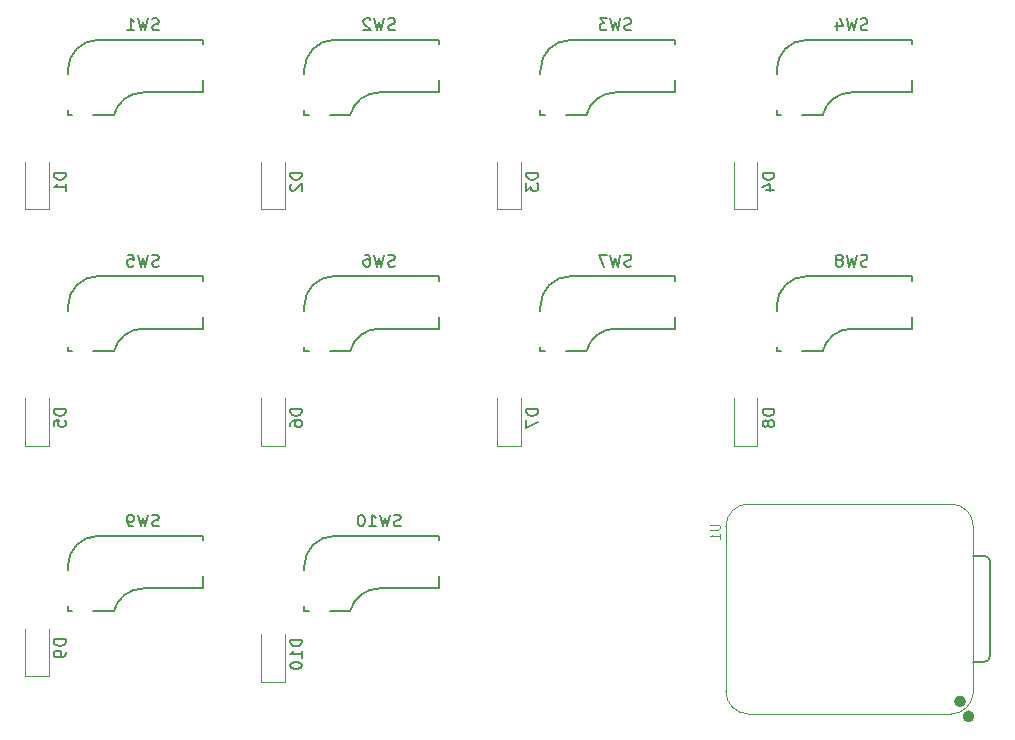
<source format=gbr>
%TF.GenerationSoftware,KiCad,Pcbnew,9.0.1*%
%TF.CreationDate,2025-05-28T15:02:46+10:00*%
%TF.ProjectId,macroCAD,6d616372-6f43-4414-942e-6b696361645f,rev?*%
%TF.SameCoordinates,Original*%
%TF.FileFunction,Legend,Bot*%
%TF.FilePolarity,Positive*%
%FSLAX46Y46*%
G04 Gerber Fmt 4.6, Leading zero omitted, Abs format (unit mm)*
G04 Created by KiCad (PCBNEW 9.0.1) date 2025-05-28 15:02:46*
%MOMM*%
%LPD*%
G01*
G04 APERTURE LIST*
%ADD10C,0.150000*%
%ADD11C,0.106680*%
%ADD12C,0.120000*%
%ADD13C,0.100000*%
%ADD14C,0.127000*%
%ADD15C,0.504000*%
G04 APERTURE END LIST*
D10*
X81333332Y-22152200D02*
X81190475Y-22199819D01*
X81190475Y-22199819D02*
X80952380Y-22199819D01*
X80952380Y-22199819D02*
X80857142Y-22152200D01*
X80857142Y-22152200D02*
X80809523Y-22104580D01*
X80809523Y-22104580D02*
X80761904Y-22009342D01*
X80761904Y-22009342D02*
X80761904Y-21914104D01*
X80761904Y-21914104D02*
X80809523Y-21818866D01*
X80809523Y-21818866D02*
X80857142Y-21771247D01*
X80857142Y-21771247D02*
X80952380Y-21723628D01*
X80952380Y-21723628D02*
X81142856Y-21676009D01*
X81142856Y-21676009D02*
X81238094Y-21628390D01*
X81238094Y-21628390D02*
X81285713Y-21580771D01*
X81285713Y-21580771D02*
X81333332Y-21485533D01*
X81333332Y-21485533D02*
X81333332Y-21390295D01*
X81333332Y-21390295D02*
X81285713Y-21295057D01*
X81285713Y-21295057D02*
X81238094Y-21247438D01*
X81238094Y-21247438D02*
X81142856Y-21199819D01*
X81142856Y-21199819D02*
X80904761Y-21199819D01*
X80904761Y-21199819D02*
X80761904Y-21247438D01*
X80428570Y-21199819D02*
X80190475Y-22199819D01*
X80190475Y-22199819D02*
X79999999Y-21485533D01*
X79999999Y-21485533D02*
X79809523Y-22199819D01*
X79809523Y-22199819D02*
X79571428Y-21199819D01*
X78666666Y-22199819D02*
X79238094Y-22199819D01*
X78952380Y-22199819D02*
X78952380Y-21199819D01*
X78952380Y-21199819D02*
X79047618Y-21342676D01*
X79047618Y-21342676D02*
X79142856Y-21437914D01*
X79142856Y-21437914D02*
X79238094Y-21485533D01*
X81333332Y-42152200D02*
X81190475Y-42199819D01*
X81190475Y-42199819D02*
X80952380Y-42199819D01*
X80952380Y-42199819D02*
X80857142Y-42152200D01*
X80857142Y-42152200D02*
X80809523Y-42104580D01*
X80809523Y-42104580D02*
X80761904Y-42009342D01*
X80761904Y-42009342D02*
X80761904Y-41914104D01*
X80761904Y-41914104D02*
X80809523Y-41818866D01*
X80809523Y-41818866D02*
X80857142Y-41771247D01*
X80857142Y-41771247D02*
X80952380Y-41723628D01*
X80952380Y-41723628D02*
X81142856Y-41676009D01*
X81142856Y-41676009D02*
X81238094Y-41628390D01*
X81238094Y-41628390D02*
X81285713Y-41580771D01*
X81285713Y-41580771D02*
X81333332Y-41485533D01*
X81333332Y-41485533D02*
X81333332Y-41390295D01*
X81333332Y-41390295D02*
X81285713Y-41295057D01*
X81285713Y-41295057D02*
X81238094Y-41247438D01*
X81238094Y-41247438D02*
X81142856Y-41199819D01*
X81142856Y-41199819D02*
X80904761Y-41199819D01*
X80904761Y-41199819D02*
X80761904Y-41247438D01*
X80428570Y-41199819D02*
X80190475Y-42199819D01*
X80190475Y-42199819D02*
X79999999Y-41485533D01*
X79999999Y-41485533D02*
X79809523Y-42199819D01*
X79809523Y-42199819D02*
X79571428Y-41199819D01*
X78714285Y-41199819D02*
X79190475Y-41199819D01*
X79190475Y-41199819D02*
X79238094Y-41676009D01*
X79238094Y-41676009D02*
X79190475Y-41628390D01*
X79190475Y-41628390D02*
X79095237Y-41580771D01*
X79095237Y-41580771D02*
X78857142Y-41580771D01*
X78857142Y-41580771D02*
X78761904Y-41628390D01*
X78761904Y-41628390D02*
X78714285Y-41676009D01*
X78714285Y-41676009D02*
X78666666Y-41771247D01*
X78666666Y-41771247D02*
X78666666Y-42009342D01*
X78666666Y-42009342D02*
X78714285Y-42104580D01*
X78714285Y-42104580D02*
X78761904Y-42152200D01*
X78761904Y-42152200D02*
X78857142Y-42199819D01*
X78857142Y-42199819D02*
X79095237Y-42199819D01*
X79095237Y-42199819D02*
X79190475Y-42152200D01*
X79190475Y-42152200D02*
X79238094Y-42104580D01*
X101333332Y-22152200D02*
X101190475Y-22199819D01*
X101190475Y-22199819D02*
X100952380Y-22199819D01*
X100952380Y-22199819D02*
X100857142Y-22152200D01*
X100857142Y-22152200D02*
X100809523Y-22104580D01*
X100809523Y-22104580D02*
X100761904Y-22009342D01*
X100761904Y-22009342D02*
X100761904Y-21914104D01*
X100761904Y-21914104D02*
X100809523Y-21818866D01*
X100809523Y-21818866D02*
X100857142Y-21771247D01*
X100857142Y-21771247D02*
X100952380Y-21723628D01*
X100952380Y-21723628D02*
X101142856Y-21676009D01*
X101142856Y-21676009D02*
X101238094Y-21628390D01*
X101238094Y-21628390D02*
X101285713Y-21580771D01*
X101285713Y-21580771D02*
X101333332Y-21485533D01*
X101333332Y-21485533D02*
X101333332Y-21390295D01*
X101333332Y-21390295D02*
X101285713Y-21295057D01*
X101285713Y-21295057D02*
X101238094Y-21247438D01*
X101238094Y-21247438D02*
X101142856Y-21199819D01*
X101142856Y-21199819D02*
X100904761Y-21199819D01*
X100904761Y-21199819D02*
X100761904Y-21247438D01*
X100428570Y-21199819D02*
X100190475Y-22199819D01*
X100190475Y-22199819D02*
X99999999Y-21485533D01*
X99999999Y-21485533D02*
X99809523Y-22199819D01*
X99809523Y-22199819D02*
X99571428Y-21199819D01*
X99238094Y-21295057D02*
X99190475Y-21247438D01*
X99190475Y-21247438D02*
X99095237Y-21199819D01*
X99095237Y-21199819D02*
X98857142Y-21199819D01*
X98857142Y-21199819D02*
X98761904Y-21247438D01*
X98761904Y-21247438D02*
X98714285Y-21295057D01*
X98714285Y-21295057D02*
X98666666Y-21390295D01*
X98666666Y-21390295D02*
X98666666Y-21485533D01*
X98666666Y-21485533D02*
X98714285Y-21628390D01*
X98714285Y-21628390D02*
X99285713Y-22199819D01*
X99285713Y-22199819D02*
X98666666Y-22199819D01*
X101333332Y-42152200D02*
X101190475Y-42199819D01*
X101190475Y-42199819D02*
X100952380Y-42199819D01*
X100952380Y-42199819D02*
X100857142Y-42152200D01*
X100857142Y-42152200D02*
X100809523Y-42104580D01*
X100809523Y-42104580D02*
X100761904Y-42009342D01*
X100761904Y-42009342D02*
X100761904Y-41914104D01*
X100761904Y-41914104D02*
X100809523Y-41818866D01*
X100809523Y-41818866D02*
X100857142Y-41771247D01*
X100857142Y-41771247D02*
X100952380Y-41723628D01*
X100952380Y-41723628D02*
X101142856Y-41676009D01*
X101142856Y-41676009D02*
X101238094Y-41628390D01*
X101238094Y-41628390D02*
X101285713Y-41580771D01*
X101285713Y-41580771D02*
X101333332Y-41485533D01*
X101333332Y-41485533D02*
X101333332Y-41390295D01*
X101333332Y-41390295D02*
X101285713Y-41295057D01*
X101285713Y-41295057D02*
X101238094Y-41247438D01*
X101238094Y-41247438D02*
X101142856Y-41199819D01*
X101142856Y-41199819D02*
X100904761Y-41199819D01*
X100904761Y-41199819D02*
X100761904Y-41247438D01*
X100428570Y-41199819D02*
X100190475Y-42199819D01*
X100190475Y-42199819D02*
X99999999Y-41485533D01*
X99999999Y-41485533D02*
X99809523Y-42199819D01*
X99809523Y-42199819D02*
X99571428Y-41199819D01*
X98761904Y-41199819D02*
X98952380Y-41199819D01*
X98952380Y-41199819D02*
X99047618Y-41247438D01*
X99047618Y-41247438D02*
X99095237Y-41295057D01*
X99095237Y-41295057D02*
X99190475Y-41437914D01*
X99190475Y-41437914D02*
X99238094Y-41628390D01*
X99238094Y-41628390D02*
X99238094Y-42009342D01*
X99238094Y-42009342D02*
X99190475Y-42104580D01*
X99190475Y-42104580D02*
X99142856Y-42152200D01*
X99142856Y-42152200D02*
X99047618Y-42199819D01*
X99047618Y-42199819D02*
X98857142Y-42199819D01*
X98857142Y-42199819D02*
X98761904Y-42152200D01*
X98761904Y-42152200D02*
X98714285Y-42104580D01*
X98714285Y-42104580D02*
X98666666Y-42009342D01*
X98666666Y-42009342D02*
X98666666Y-41771247D01*
X98666666Y-41771247D02*
X98714285Y-41676009D01*
X98714285Y-41676009D02*
X98761904Y-41628390D01*
X98761904Y-41628390D02*
X98857142Y-41580771D01*
X98857142Y-41580771D02*
X99047618Y-41580771D01*
X99047618Y-41580771D02*
X99142856Y-41628390D01*
X99142856Y-41628390D02*
X99190475Y-41676009D01*
X99190475Y-41676009D02*
X99238094Y-41771247D01*
X141333332Y-22152200D02*
X141190475Y-22199819D01*
X141190475Y-22199819D02*
X140952380Y-22199819D01*
X140952380Y-22199819D02*
X140857142Y-22152200D01*
X140857142Y-22152200D02*
X140809523Y-22104580D01*
X140809523Y-22104580D02*
X140761904Y-22009342D01*
X140761904Y-22009342D02*
X140761904Y-21914104D01*
X140761904Y-21914104D02*
X140809523Y-21818866D01*
X140809523Y-21818866D02*
X140857142Y-21771247D01*
X140857142Y-21771247D02*
X140952380Y-21723628D01*
X140952380Y-21723628D02*
X141142856Y-21676009D01*
X141142856Y-21676009D02*
X141238094Y-21628390D01*
X141238094Y-21628390D02*
X141285713Y-21580771D01*
X141285713Y-21580771D02*
X141333332Y-21485533D01*
X141333332Y-21485533D02*
X141333332Y-21390295D01*
X141333332Y-21390295D02*
X141285713Y-21295057D01*
X141285713Y-21295057D02*
X141238094Y-21247438D01*
X141238094Y-21247438D02*
X141142856Y-21199819D01*
X141142856Y-21199819D02*
X140904761Y-21199819D01*
X140904761Y-21199819D02*
X140761904Y-21247438D01*
X140428570Y-21199819D02*
X140190475Y-22199819D01*
X140190475Y-22199819D02*
X139999999Y-21485533D01*
X139999999Y-21485533D02*
X139809523Y-22199819D01*
X139809523Y-22199819D02*
X139571428Y-21199819D01*
X138761904Y-21533152D02*
X138761904Y-22199819D01*
X138999999Y-21152200D02*
X139238094Y-21866485D01*
X139238094Y-21866485D02*
X138619047Y-21866485D01*
X121333332Y-22152200D02*
X121190475Y-22199819D01*
X121190475Y-22199819D02*
X120952380Y-22199819D01*
X120952380Y-22199819D02*
X120857142Y-22152200D01*
X120857142Y-22152200D02*
X120809523Y-22104580D01*
X120809523Y-22104580D02*
X120761904Y-22009342D01*
X120761904Y-22009342D02*
X120761904Y-21914104D01*
X120761904Y-21914104D02*
X120809523Y-21818866D01*
X120809523Y-21818866D02*
X120857142Y-21771247D01*
X120857142Y-21771247D02*
X120952380Y-21723628D01*
X120952380Y-21723628D02*
X121142856Y-21676009D01*
X121142856Y-21676009D02*
X121238094Y-21628390D01*
X121238094Y-21628390D02*
X121285713Y-21580771D01*
X121285713Y-21580771D02*
X121333332Y-21485533D01*
X121333332Y-21485533D02*
X121333332Y-21390295D01*
X121333332Y-21390295D02*
X121285713Y-21295057D01*
X121285713Y-21295057D02*
X121238094Y-21247438D01*
X121238094Y-21247438D02*
X121142856Y-21199819D01*
X121142856Y-21199819D02*
X120904761Y-21199819D01*
X120904761Y-21199819D02*
X120761904Y-21247438D01*
X120428570Y-21199819D02*
X120190475Y-22199819D01*
X120190475Y-22199819D02*
X119999999Y-21485533D01*
X119999999Y-21485533D02*
X119809523Y-22199819D01*
X119809523Y-22199819D02*
X119571428Y-21199819D01*
X119285713Y-21199819D02*
X118666666Y-21199819D01*
X118666666Y-21199819D02*
X118999999Y-21580771D01*
X118999999Y-21580771D02*
X118857142Y-21580771D01*
X118857142Y-21580771D02*
X118761904Y-21628390D01*
X118761904Y-21628390D02*
X118714285Y-21676009D01*
X118714285Y-21676009D02*
X118666666Y-21771247D01*
X118666666Y-21771247D02*
X118666666Y-22009342D01*
X118666666Y-22009342D02*
X118714285Y-22104580D01*
X118714285Y-22104580D02*
X118761904Y-22152200D01*
X118761904Y-22152200D02*
X118857142Y-22199819D01*
X118857142Y-22199819D02*
X119142856Y-22199819D01*
X119142856Y-22199819D02*
X119238094Y-22152200D01*
X119238094Y-22152200D02*
X119285713Y-22104580D01*
X81333332Y-64152200D02*
X81190475Y-64199819D01*
X81190475Y-64199819D02*
X80952380Y-64199819D01*
X80952380Y-64199819D02*
X80857142Y-64152200D01*
X80857142Y-64152200D02*
X80809523Y-64104580D01*
X80809523Y-64104580D02*
X80761904Y-64009342D01*
X80761904Y-64009342D02*
X80761904Y-63914104D01*
X80761904Y-63914104D02*
X80809523Y-63818866D01*
X80809523Y-63818866D02*
X80857142Y-63771247D01*
X80857142Y-63771247D02*
X80952380Y-63723628D01*
X80952380Y-63723628D02*
X81142856Y-63676009D01*
X81142856Y-63676009D02*
X81238094Y-63628390D01*
X81238094Y-63628390D02*
X81285713Y-63580771D01*
X81285713Y-63580771D02*
X81333332Y-63485533D01*
X81333332Y-63485533D02*
X81333332Y-63390295D01*
X81333332Y-63390295D02*
X81285713Y-63295057D01*
X81285713Y-63295057D02*
X81238094Y-63247438D01*
X81238094Y-63247438D02*
X81142856Y-63199819D01*
X81142856Y-63199819D02*
X80904761Y-63199819D01*
X80904761Y-63199819D02*
X80761904Y-63247438D01*
X80428570Y-63199819D02*
X80190475Y-64199819D01*
X80190475Y-64199819D02*
X79999999Y-63485533D01*
X79999999Y-63485533D02*
X79809523Y-64199819D01*
X79809523Y-64199819D02*
X79571428Y-63199819D01*
X79142856Y-64199819D02*
X78952380Y-64199819D01*
X78952380Y-64199819D02*
X78857142Y-64152200D01*
X78857142Y-64152200D02*
X78809523Y-64104580D01*
X78809523Y-64104580D02*
X78714285Y-63961723D01*
X78714285Y-63961723D02*
X78666666Y-63771247D01*
X78666666Y-63771247D02*
X78666666Y-63390295D01*
X78666666Y-63390295D02*
X78714285Y-63295057D01*
X78714285Y-63295057D02*
X78761904Y-63247438D01*
X78761904Y-63247438D02*
X78857142Y-63199819D01*
X78857142Y-63199819D02*
X79047618Y-63199819D01*
X79047618Y-63199819D02*
X79142856Y-63247438D01*
X79142856Y-63247438D02*
X79190475Y-63295057D01*
X79190475Y-63295057D02*
X79238094Y-63390295D01*
X79238094Y-63390295D02*
X79238094Y-63628390D01*
X79238094Y-63628390D02*
X79190475Y-63723628D01*
X79190475Y-63723628D02*
X79142856Y-63771247D01*
X79142856Y-63771247D02*
X79047618Y-63818866D01*
X79047618Y-63818866D02*
X78857142Y-63818866D01*
X78857142Y-63818866D02*
X78761904Y-63771247D01*
X78761904Y-63771247D02*
X78714285Y-63723628D01*
X78714285Y-63723628D02*
X78666666Y-63628390D01*
X141333332Y-42152200D02*
X141190475Y-42199819D01*
X141190475Y-42199819D02*
X140952380Y-42199819D01*
X140952380Y-42199819D02*
X140857142Y-42152200D01*
X140857142Y-42152200D02*
X140809523Y-42104580D01*
X140809523Y-42104580D02*
X140761904Y-42009342D01*
X140761904Y-42009342D02*
X140761904Y-41914104D01*
X140761904Y-41914104D02*
X140809523Y-41818866D01*
X140809523Y-41818866D02*
X140857142Y-41771247D01*
X140857142Y-41771247D02*
X140952380Y-41723628D01*
X140952380Y-41723628D02*
X141142856Y-41676009D01*
X141142856Y-41676009D02*
X141238094Y-41628390D01*
X141238094Y-41628390D02*
X141285713Y-41580771D01*
X141285713Y-41580771D02*
X141333332Y-41485533D01*
X141333332Y-41485533D02*
X141333332Y-41390295D01*
X141333332Y-41390295D02*
X141285713Y-41295057D01*
X141285713Y-41295057D02*
X141238094Y-41247438D01*
X141238094Y-41247438D02*
X141142856Y-41199819D01*
X141142856Y-41199819D02*
X140904761Y-41199819D01*
X140904761Y-41199819D02*
X140761904Y-41247438D01*
X140428570Y-41199819D02*
X140190475Y-42199819D01*
X140190475Y-42199819D02*
X139999999Y-41485533D01*
X139999999Y-41485533D02*
X139809523Y-42199819D01*
X139809523Y-42199819D02*
X139571428Y-41199819D01*
X139047618Y-41628390D02*
X139142856Y-41580771D01*
X139142856Y-41580771D02*
X139190475Y-41533152D01*
X139190475Y-41533152D02*
X139238094Y-41437914D01*
X139238094Y-41437914D02*
X139238094Y-41390295D01*
X139238094Y-41390295D02*
X139190475Y-41295057D01*
X139190475Y-41295057D02*
X139142856Y-41247438D01*
X139142856Y-41247438D02*
X139047618Y-41199819D01*
X139047618Y-41199819D02*
X138857142Y-41199819D01*
X138857142Y-41199819D02*
X138761904Y-41247438D01*
X138761904Y-41247438D02*
X138714285Y-41295057D01*
X138714285Y-41295057D02*
X138666666Y-41390295D01*
X138666666Y-41390295D02*
X138666666Y-41437914D01*
X138666666Y-41437914D02*
X138714285Y-41533152D01*
X138714285Y-41533152D02*
X138761904Y-41580771D01*
X138761904Y-41580771D02*
X138857142Y-41628390D01*
X138857142Y-41628390D02*
X139047618Y-41628390D01*
X139047618Y-41628390D02*
X139142856Y-41676009D01*
X139142856Y-41676009D02*
X139190475Y-41723628D01*
X139190475Y-41723628D02*
X139238094Y-41818866D01*
X139238094Y-41818866D02*
X139238094Y-42009342D01*
X139238094Y-42009342D02*
X139190475Y-42104580D01*
X139190475Y-42104580D02*
X139142856Y-42152200D01*
X139142856Y-42152200D02*
X139047618Y-42199819D01*
X139047618Y-42199819D02*
X138857142Y-42199819D01*
X138857142Y-42199819D02*
X138761904Y-42152200D01*
X138761904Y-42152200D02*
X138714285Y-42104580D01*
X138714285Y-42104580D02*
X138666666Y-42009342D01*
X138666666Y-42009342D02*
X138666666Y-41818866D01*
X138666666Y-41818866D02*
X138714285Y-41723628D01*
X138714285Y-41723628D02*
X138761904Y-41676009D01*
X138761904Y-41676009D02*
X138857142Y-41628390D01*
X121333332Y-42152200D02*
X121190475Y-42199819D01*
X121190475Y-42199819D02*
X120952380Y-42199819D01*
X120952380Y-42199819D02*
X120857142Y-42152200D01*
X120857142Y-42152200D02*
X120809523Y-42104580D01*
X120809523Y-42104580D02*
X120761904Y-42009342D01*
X120761904Y-42009342D02*
X120761904Y-41914104D01*
X120761904Y-41914104D02*
X120809523Y-41818866D01*
X120809523Y-41818866D02*
X120857142Y-41771247D01*
X120857142Y-41771247D02*
X120952380Y-41723628D01*
X120952380Y-41723628D02*
X121142856Y-41676009D01*
X121142856Y-41676009D02*
X121238094Y-41628390D01*
X121238094Y-41628390D02*
X121285713Y-41580771D01*
X121285713Y-41580771D02*
X121333332Y-41485533D01*
X121333332Y-41485533D02*
X121333332Y-41390295D01*
X121333332Y-41390295D02*
X121285713Y-41295057D01*
X121285713Y-41295057D02*
X121238094Y-41247438D01*
X121238094Y-41247438D02*
X121142856Y-41199819D01*
X121142856Y-41199819D02*
X120904761Y-41199819D01*
X120904761Y-41199819D02*
X120761904Y-41247438D01*
X120428570Y-41199819D02*
X120190475Y-42199819D01*
X120190475Y-42199819D02*
X119999999Y-41485533D01*
X119999999Y-41485533D02*
X119809523Y-42199819D01*
X119809523Y-42199819D02*
X119571428Y-41199819D01*
X119285713Y-41199819D02*
X118619047Y-41199819D01*
X118619047Y-41199819D02*
X119047618Y-42199819D01*
X101809523Y-64152200D02*
X101666666Y-64199819D01*
X101666666Y-64199819D02*
X101428571Y-64199819D01*
X101428571Y-64199819D02*
X101333333Y-64152200D01*
X101333333Y-64152200D02*
X101285714Y-64104580D01*
X101285714Y-64104580D02*
X101238095Y-64009342D01*
X101238095Y-64009342D02*
X101238095Y-63914104D01*
X101238095Y-63914104D02*
X101285714Y-63818866D01*
X101285714Y-63818866D02*
X101333333Y-63771247D01*
X101333333Y-63771247D02*
X101428571Y-63723628D01*
X101428571Y-63723628D02*
X101619047Y-63676009D01*
X101619047Y-63676009D02*
X101714285Y-63628390D01*
X101714285Y-63628390D02*
X101761904Y-63580771D01*
X101761904Y-63580771D02*
X101809523Y-63485533D01*
X101809523Y-63485533D02*
X101809523Y-63390295D01*
X101809523Y-63390295D02*
X101761904Y-63295057D01*
X101761904Y-63295057D02*
X101714285Y-63247438D01*
X101714285Y-63247438D02*
X101619047Y-63199819D01*
X101619047Y-63199819D02*
X101380952Y-63199819D01*
X101380952Y-63199819D02*
X101238095Y-63247438D01*
X100904761Y-63199819D02*
X100666666Y-64199819D01*
X100666666Y-64199819D02*
X100476190Y-63485533D01*
X100476190Y-63485533D02*
X100285714Y-64199819D01*
X100285714Y-64199819D02*
X100047619Y-63199819D01*
X99142857Y-64199819D02*
X99714285Y-64199819D01*
X99428571Y-64199819D02*
X99428571Y-63199819D01*
X99428571Y-63199819D02*
X99523809Y-63342676D01*
X99523809Y-63342676D02*
X99619047Y-63437914D01*
X99619047Y-63437914D02*
X99714285Y-63485533D01*
X98523809Y-63199819D02*
X98428571Y-63199819D01*
X98428571Y-63199819D02*
X98333333Y-63247438D01*
X98333333Y-63247438D02*
X98285714Y-63295057D01*
X98285714Y-63295057D02*
X98238095Y-63390295D01*
X98238095Y-63390295D02*
X98190476Y-63580771D01*
X98190476Y-63580771D02*
X98190476Y-63818866D01*
X98190476Y-63818866D02*
X98238095Y-64009342D01*
X98238095Y-64009342D02*
X98285714Y-64104580D01*
X98285714Y-64104580D02*
X98333333Y-64152200D01*
X98333333Y-64152200D02*
X98428571Y-64199819D01*
X98428571Y-64199819D02*
X98523809Y-64199819D01*
X98523809Y-64199819D02*
X98619047Y-64152200D01*
X98619047Y-64152200D02*
X98666666Y-64104580D01*
X98666666Y-64104580D02*
X98714285Y-64009342D01*
X98714285Y-64009342D02*
X98761904Y-63818866D01*
X98761904Y-63818866D02*
X98761904Y-63580771D01*
X98761904Y-63580771D02*
X98714285Y-63390295D01*
X98714285Y-63390295D02*
X98666666Y-63295057D01*
X98666666Y-63295057D02*
X98619047Y-63247438D01*
X98619047Y-63247438D02*
X98523809Y-63199819D01*
X113454819Y-34261905D02*
X112454819Y-34261905D01*
X112454819Y-34261905D02*
X112454819Y-34500000D01*
X112454819Y-34500000D02*
X112502438Y-34642857D01*
X112502438Y-34642857D02*
X112597676Y-34738095D01*
X112597676Y-34738095D02*
X112692914Y-34785714D01*
X112692914Y-34785714D02*
X112883390Y-34833333D01*
X112883390Y-34833333D02*
X113026247Y-34833333D01*
X113026247Y-34833333D02*
X113216723Y-34785714D01*
X113216723Y-34785714D02*
X113311961Y-34738095D01*
X113311961Y-34738095D02*
X113407200Y-34642857D01*
X113407200Y-34642857D02*
X113454819Y-34500000D01*
X113454819Y-34500000D02*
X113454819Y-34261905D01*
X112454819Y-35166667D02*
X112454819Y-35785714D01*
X112454819Y-35785714D02*
X112835771Y-35452381D01*
X112835771Y-35452381D02*
X112835771Y-35595238D01*
X112835771Y-35595238D02*
X112883390Y-35690476D01*
X112883390Y-35690476D02*
X112931009Y-35738095D01*
X112931009Y-35738095D02*
X113026247Y-35785714D01*
X113026247Y-35785714D02*
X113264342Y-35785714D01*
X113264342Y-35785714D02*
X113359580Y-35738095D01*
X113359580Y-35738095D02*
X113407200Y-35690476D01*
X113407200Y-35690476D02*
X113454819Y-35595238D01*
X113454819Y-35595238D02*
X113454819Y-35309524D01*
X113454819Y-35309524D02*
X113407200Y-35214286D01*
X113407200Y-35214286D02*
X113359580Y-35166667D01*
X93454819Y-34261905D02*
X92454819Y-34261905D01*
X92454819Y-34261905D02*
X92454819Y-34500000D01*
X92454819Y-34500000D02*
X92502438Y-34642857D01*
X92502438Y-34642857D02*
X92597676Y-34738095D01*
X92597676Y-34738095D02*
X92692914Y-34785714D01*
X92692914Y-34785714D02*
X92883390Y-34833333D01*
X92883390Y-34833333D02*
X93026247Y-34833333D01*
X93026247Y-34833333D02*
X93216723Y-34785714D01*
X93216723Y-34785714D02*
X93311961Y-34738095D01*
X93311961Y-34738095D02*
X93407200Y-34642857D01*
X93407200Y-34642857D02*
X93454819Y-34500000D01*
X93454819Y-34500000D02*
X93454819Y-34261905D01*
X92550057Y-35214286D02*
X92502438Y-35261905D01*
X92502438Y-35261905D02*
X92454819Y-35357143D01*
X92454819Y-35357143D02*
X92454819Y-35595238D01*
X92454819Y-35595238D02*
X92502438Y-35690476D01*
X92502438Y-35690476D02*
X92550057Y-35738095D01*
X92550057Y-35738095D02*
X92645295Y-35785714D01*
X92645295Y-35785714D02*
X92740533Y-35785714D01*
X92740533Y-35785714D02*
X92883390Y-35738095D01*
X92883390Y-35738095D02*
X93454819Y-35166667D01*
X93454819Y-35166667D02*
X93454819Y-35785714D01*
X73454819Y-73761905D02*
X72454819Y-73761905D01*
X72454819Y-73761905D02*
X72454819Y-74000000D01*
X72454819Y-74000000D02*
X72502438Y-74142857D01*
X72502438Y-74142857D02*
X72597676Y-74238095D01*
X72597676Y-74238095D02*
X72692914Y-74285714D01*
X72692914Y-74285714D02*
X72883390Y-74333333D01*
X72883390Y-74333333D02*
X73026247Y-74333333D01*
X73026247Y-74333333D02*
X73216723Y-74285714D01*
X73216723Y-74285714D02*
X73311961Y-74238095D01*
X73311961Y-74238095D02*
X73407200Y-74142857D01*
X73407200Y-74142857D02*
X73454819Y-74000000D01*
X73454819Y-74000000D02*
X73454819Y-73761905D01*
X73454819Y-74809524D02*
X73454819Y-75000000D01*
X73454819Y-75000000D02*
X73407200Y-75095238D01*
X73407200Y-75095238D02*
X73359580Y-75142857D01*
X73359580Y-75142857D02*
X73216723Y-75238095D01*
X73216723Y-75238095D02*
X73026247Y-75285714D01*
X73026247Y-75285714D02*
X72645295Y-75285714D01*
X72645295Y-75285714D02*
X72550057Y-75238095D01*
X72550057Y-75238095D02*
X72502438Y-75190476D01*
X72502438Y-75190476D02*
X72454819Y-75095238D01*
X72454819Y-75095238D02*
X72454819Y-74904762D01*
X72454819Y-74904762D02*
X72502438Y-74809524D01*
X72502438Y-74809524D02*
X72550057Y-74761905D01*
X72550057Y-74761905D02*
X72645295Y-74714286D01*
X72645295Y-74714286D02*
X72883390Y-74714286D01*
X72883390Y-74714286D02*
X72978628Y-74761905D01*
X72978628Y-74761905D02*
X73026247Y-74809524D01*
X73026247Y-74809524D02*
X73073866Y-74904762D01*
X73073866Y-74904762D02*
X73073866Y-75095238D01*
X73073866Y-75095238D02*
X73026247Y-75190476D01*
X73026247Y-75190476D02*
X72978628Y-75238095D01*
X72978628Y-75238095D02*
X72883390Y-75285714D01*
X113454819Y-54261905D02*
X112454819Y-54261905D01*
X112454819Y-54261905D02*
X112454819Y-54500000D01*
X112454819Y-54500000D02*
X112502438Y-54642857D01*
X112502438Y-54642857D02*
X112597676Y-54738095D01*
X112597676Y-54738095D02*
X112692914Y-54785714D01*
X112692914Y-54785714D02*
X112883390Y-54833333D01*
X112883390Y-54833333D02*
X113026247Y-54833333D01*
X113026247Y-54833333D02*
X113216723Y-54785714D01*
X113216723Y-54785714D02*
X113311961Y-54738095D01*
X113311961Y-54738095D02*
X113407200Y-54642857D01*
X113407200Y-54642857D02*
X113454819Y-54500000D01*
X113454819Y-54500000D02*
X113454819Y-54261905D01*
X112454819Y-55166667D02*
X112454819Y-55833333D01*
X112454819Y-55833333D02*
X113454819Y-55404762D01*
X93454819Y-73785714D02*
X92454819Y-73785714D01*
X92454819Y-73785714D02*
X92454819Y-74023809D01*
X92454819Y-74023809D02*
X92502438Y-74166666D01*
X92502438Y-74166666D02*
X92597676Y-74261904D01*
X92597676Y-74261904D02*
X92692914Y-74309523D01*
X92692914Y-74309523D02*
X92883390Y-74357142D01*
X92883390Y-74357142D02*
X93026247Y-74357142D01*
X93026247Y-74357142D02*
X93216723Y-74309523D01*
X93216723Y-74309523D02*
X93311961Y-74261904D01*
X93311961Y-74261904D02*
X93407200Y-74166666D01*
X93407200Y-74166666D02*
X93454819Y-74023809D01*
X93454819Y-74023809D02*
X93454819Y-73785714D01*
X93454819Y-75309523D02*
X93454819Y-74738095D01*
X93454819Y-75023809D02*
X92454819Y-75023809D01*
X92454819Y-75023809D02*
X92597676Y-74928571D01*
X92597676Y-74928571D02*
X92692914Y-74833333D01*
X92692914Y-74833333D02*
X92740533Y-74738095D01*
X92454819Y-75928571D02*
X92454819Y-76023809D01*
X92454819Y-76023809D02*
X92502438Y-76119047D01*
X92502438Y-76119047D02*
X92550057Y-76166666D01*
X92550057Y-76166666D02*
X92645295Y-76214285D01*
X92645295Y-76214285D02*
X92835771Y-76261904D01*
X92835771Y-76261904D02*
X93073866Y-76261904D01*
X93073866Y-76261904D02*
X93264342Y-76214285D01*
X93264342Y-76214285D02*
X93359580Y-76166666D01*
X93359580Y-76166666D02*
X93407200Y-76119047D01*
X93407200Y-76119047D02*
X93454819Y-76023809D01*
X93454819Y-76023809D02*
X93454819Y-75928571D01*
X93454819Y-75928571D02*
X93407200Y-75833333D01*
X93407200Y-75833333D02*
X93359580Y-75785714D01*
X93359580Y-75785714D02*
X93264342Y-75738095D01*
X93264342Y-75738095D02*
X93073866Y-75690476D01*
X93073866Y-75690476D02*
X92835771Y-75690476D01*
X92835771Y-75690476D02*
X92645295Y-75738095D01*
X92645295Y-75738095D02*
X92550057Y-75785714D01*
X92550057Y-75785714D02*
X92502438Y-75833333D01*
X92502438Y-75833333D02*
X92454819Y-75928571D01*
D11*
X128031705Y-64051442D02*
X128665012Y-64051442D01*
X128665012Y-64051442D02*
X128739518Y-64088696D01*
X128739518Y-64088696D02*
X128776772Y-64125949D01*
X128776772Y-64125949D02*
X128814025Y-64200456D01*
X128814025Y-64200456D02*
X128814025Y-64349469D01*
X128814025Y-64349469D02*
X128776772Y-64423976D01*
X128776772Y-64423976D02*
X128739518Y-64461229D01*
X128739518Y-64461229D02*
X128665012Y-64498482D01*
X128665012Y-64498482D02*
X128031705Y-64498482D01*
X128814025Y-65280802D02*
X128814025Y-64833762D01*
X128814025Y-65057282D02*
X128031705Y-65057282D01*
X128031705Y-65057282D02*
X128143465Y-64982775D01*
X128143465Y-64982775D02*
X128217972Y-64908269D01*
X128217972Y-64908269D02*
X128255225Y-64833762D01*
D10*
X73454819Y-54261905D02*
X72454819Y-54261905D01*
X72454819Y-54261905D02*
X72454819Y-54500000D01*
X72454819Y-54500000D02*
X72502438Y-54642857D01*
X72502438Y-54642857D02*
X72597676Y-54738095D01*
X72597676Y-54738095D02*
X72692914Y-54785714D01*
X72692914Y-54785714D02*
X72883390Y-54833333D01*
X72883390Y-54833333D02*
X73026247Y-54833333D01*
X73026247Y-54833333D02*
X73216723Y-54785714D01*
X73216723Y-54785714D02*
X73311961Y-54738095D01*
X73311961Y-54738095D02*
X73407200Y-54642857D01*
X73407200Y-54642857D02*
X73454819Y-54500000D01*
X73454819Y-54500000D02*
X73454819Y-54261905D01*
X72454819Y-55738095D02*
X72454819Y-55261905D01*
X72454819Y-55261905D02*
X72931009Y-55214286D01*
X72931009Y-55214286D02*
X72883390Y-55261905D01*
X72883390Y-55261905D02*
X72835771Y-55357143D01*
X72835771Y-55357143D02*
X72835771Y-55595238D01*
X72835771Y-55595238D02*
X72883390Y-55690476D01*
X72883390Y-55690476D02*
X72931009Y-55738095D01*
X72931009Y-55738095D02*
X73026247Y-55785714D01*
X73026247Y-55785714D02*
X73264342Y-55785714D01*
X73264342Y-55785714D02*
X73359580Y-55738095D01*
X73359580Y-55738095D02*
X73407200Y-55690476D01*
X73407200Y-55690476D02*
X73454819Y-55595238D01*
X73454819Y-55595238D02*
X73454819Y-55357143D01*
X73454819Y-55357143D02*
X73407200Y-55261905D01*
X73407200Y-55261905D02*
X73359580Y-55214286D01*
X133454819Y-34261905D02*
X132454819Y-34261905D01*
X132454819Y-34261905D02*
X132454819Y-34500000D01*
X132454819Y-34500000D02*
X132502438Y-34642857D01*
X132502438Y-34642857D02*
X132597676Y-34738095D01*
X132597676Y-34738095D02*
X132692914Y-34785714D01*
X132692914Y-34785714D02*
X132883390Y-34833333D01*
X132883390Y-34833333D02*
X133026247Y-34833333D01*
X133026247Y-34833333D02*
X133216723Y-34785714D01*
X133216723Y-34785714D02*
X133311961Y-34738095D01*
X133311961Y-34738095D02*
X133407200Y-34642857D01*
X133407200Y-34642857D02*
X133454819Y-34500000D01*
X133454819Y-34500000D02*
X133454819Y-34261905D01*
X132788152Y-35690476D02*
X133454819Y-35690476D01*
X132407200Y-35452381D02*
X133121485Y-35214286D01*
X133121485Y-35214286D02*
X133121485Y-35833333D01*
X93454819Y-54261905D02*
X92454819Y-54261905D01*
X92454819Y-54261905D02*
X92454819Y-54500000D01*
X92454819Y-54500000D02*
X92502438Y-54642857D01*
X92502438Y-54642857D02*
X92597676Y-54738095D01*
X92597676Y-54738095D02*
X92692914Y-54785714D01*
X92692914Y-54785714D02*
X92883390Y-54833333D01*
X92883390Y-54833333D02*
X93026247Y-54833333D01*
X93026247Y-54833333D02*
X93216723Y-54785714D01*
X93216723Y-54785714D02*
X93311961Y-54738095D01*
X93311961Y-54738095D02*
X93407200Y-54642857D01*
X93407200Y-54642857D02*
X93454819Y-54500000D01*
X93454819Y-54500000D02*
X93454819Y-54261905D01*
X92454819Y-55690476D02*
X92454819Y-55500000D01*
X92454819Y-55500000D02*
X92502438Y-55404762D01*
X92502438Y-55404762D02*
X92550057Y-55357143D01*
X92550057Y-55357143D02*
X92692914Y-55261905D01*
X92692914Y-55261905D02*
X92883390Y-55214286D01*
X92883390Y-55214286D02*
X93264342Y-55214286D01*
X93264342Y-55214286D02*
X93359580Y-55261905D01*
X93359580Y-55261905D02*
X93407200Y-55309524D01*
X93407200Y-55309524D02*
X93454819Y-55404762D01*
X93454819Y-55404762D02*
X93454819Y-55595238D01*
X93454819Y-55595238D02*
X93407200Y-55690476D01*
X93407200Y-55690476D02*
X93359580Y-55738095D01*
X93359580Y-55738095D02*
X93264342Y-55785714D01*
X93264342Y-55785714D02*
X93026247Y-55785714D01*
X93026247Y-55785714D02*
X92931009Y-55738095D01*
X92931009Y-55738095D02*
X92883390Y-55690476D01*
X92883390Y-55690476D02*
X92835771Y-55595238D01*
X92835771Y-55595238D02*
X92835771Y-55404762D01*
X92835771Y-55404762D02*
X92883390Y-55309524D01*
X92883390Y-55309524D02*
X92931009Y-55261905D01*
X92931009Y-55261905D02*
X93026247Y-55214286D01*
X73454819Y-34261905D02*
X72454819Y-34261905D01*
X72454819Y-34261905D02*
X72454819Y-34500000D01*
X72454819Y-34500000D02*
X72502438Y-34642857D01*
X72502438Y-34642857D02*
X72597676Y-34738095D01*
X72597676Y-34738095D02*
X72692914Y-34785714D01*
X72692914Y-34785714D02*
X72883390Y-34833333D01*
X72883390Y-34833333D02*
X73026247Y-34833333D01*
X73026247Y-34833333D02*
X73216723Y-34785714D01*
X73216723Y-34785714D02*
X73311961Y-34738095D01*
X73311961Y-34738095D02*
X73407200Y-34642857D01*
X73407200Y-34642857D02*
X73454819Y-34500000D01*
X73454819Y-34500000D02*
X73454819Y-34261905D01*
X73454819Y-35785714D02*
X73454819Y-35214286D01*
X73454819Y-35500000D02*
X72454819Y-35500000D01*
X72454819Y-35500000D02*
X72597676Y-35404762D01*
X72597676Y-35404762D02*
X72692914Y-35309524D01*
X72692914Y-35309524D02*
X72740533Y-35214286D01*
X133454819Y-54261905D02*
X132454819Y-54261905D01*
X132454819Y-54261905D02*
X132454819Y-54500000D01*
X132454819Y-54500000D02*
X132502438Y-54642857D01*
X132502438Y-54642857D02*
X132597676Y-54738095D01*
X132597676Y-54738095D02*
X132692914Y-54785714D01*
X132692914Y-54785714D02*
X132883390Y-54833333D01*
X132883390Y-54833333D02*
X133026247Y-54833333D01*
X133026247Y-54833333D02*
X133216723Y-54785714D01*
X133216723Y-54785714D02*
X133311961Y-54738095D01*
X133311961Y-54738095D02*
X133407200Y-54642857D01*
X133407200Y-54642857D02*
X133454819Y-54500000D01*
X133454819Y-54500000D02*
X133454819Y-54261905D01*
X132883390Y-55404762D02*
X132835771Y-55309524D01*
X132835771Y-55309524D02*
X132788152Y-55261905D01*
X132788152Y-55261905D02*
X132692914Y-55214286D01*
X132692914Y-55214286D02*
X132645295Y-55214286D01*
X132645295Y-55214286D02*
X132550057Y-55261905D01*
X132550057Y-55261905D02*
X132502438Y-55309524D01*
X132502438Y-55309524D02*
X132454819Y-55404762D01*
X132454819Y-55404762D02*
X132454819Y-55595238D01*
X132454819Y-55595238D02*
X132502438Y-55690476D01*
X132502438Y-55690476D02*
X132550057Y-55738095D01*
X132550057Y-55738095D02*
X132645295Y-55785714D01*
X132645295Y-55785714D02*
X132692914Y-55785714D01*
X132692914Y-55785714D02*
X132788152Y-55738095D01*
X132788152Y-55738095D02*
X132835771Y-55690476D01*
X132835771Y-55690476D02*
X132883390Y-55595238D01*
X132883390Y-55595238D02*
X132883390Y-55404762D01*
X132883390Y-55404762D02*
X132931009Y-55309524D01*
X132931009Y-55309524D02*
X132978628Y-55261905D01*
X132978628Y-55261905D02*
X133073866Y-55214286D01*
X133073866Y-55214286D02*
X133264342Y-55214286D01*
X133264342Y-55214286D02*
X133359580Y-55261905D01*
X133359580Y-55261905D02*
X133407200Y-55309524D01*
X133407200Y-55309524D02*
X133454819Y-55404762D01*
X133454819Y-55404762D02*
X133454819Y-55595238D01*
X133454819Y-55595238D02*
X133407200Y-55690476D01*
X133407200Y-55690476D02*
X133359580Y-55738095D01*
X133359580Y-55738095D02*
X133264342Y-55785714D01*
X133264342Y-55785714D02*
X133073866Y-55785714D01*
X133073866Y-55785714D02*
X132978628Y-55738095D01*
X132978628Y-55738095D02*
X132931009Y-55690476D01*
X132931009Y-55690476D02*
X132883390Y-55595238D01*
%TO.C,SW1*%
X73650000Y-25555000D02*
X73650000Y-25936000D01*
X73650000Y-28984000D02*
X73650000Y-29365000D01*
X74031000Y-29365000D02*
X73650000Y-29365000D01*
X76190000Y-23015000D02*
X85080000Y-23015000D01*
X77535838Y-29365000D02*
X75809000Y-29365000D01*
X85080000Y-23015000D02*
X85080000Y-23396000D01*
X85080000Y-26444000D02*
X85080000Y-27460000D01*
X85080000Y-27460000D02*
X80000000Y-27460000D01*
X73650000Y-25555000D02*
G75*
G02*
X76190000Y-23015000I2540001J-1D01*
G01*
X77535838Y-29383960D02*
G75*
G02*
X80000000Y-27459999I2464162J-616039D01*
G01*
%TO.C,SW5*%
X73650000Y-45555000D02*
X73650000Y-45936000D01*
X73650000Y-48984000D02*
X73650000Y-49365000D01*
X74031000Y-49365000D02*
X73650000Y-49365000D01*
X76190000Y-43015000D02*
X85080000Y-43015000D01*
X77535838Y-49365000D02*
X75809000Y-49365000D01*
X85080000Y-43015000D02*
X85080000Y-43396000D01*
X85080000Y-46444000D02*
X85080000Y-47460000D01*
X85080000Y-47460000D02*
X80000000Y-47460000D01*
X73650000Y-45555000D02*
G75*
G02*
X76190000Y-43015000I2540001J-1D01*
G01*
X77535838Y-49383960D02*
G75*
G02*
X80000000Y-47459999I2464162J-616039D01*
G01*
%TO.C,SW2*%
X93650000Y-25555000D02*
X93650000Y-25936000D01*
X93650000Y-28984000D02*
X93650000Y-29365000D01*
X94031000Y-29365000D02*
X93650000Y-29365000D01*
X96190000Y-23015000D02*
X105080000Y-23015000D01*
X97535838Y-29365000D02*
X95809000Y-29365000D01*
X105080000Y-23015000D02*
X105080000Y-23396000D01*
X105080000Y-26444000D02*
X105080000Y-27460000D01*
X105080000Y-27460000D02*
X100000000Y-27460000D01*
X93650000Y-25555000D02*
G75*
G02*
X96190000Y-23015000I2540001J-1D01*
G01*
X97535838Y-29383960D02*
G75*
G02*
X100000000Y-27459999I2464162J-616039D01*
G01*
%TO.C,SW6*%
X93650000Y-45555000D02*
X93650000Y-45936000D01*
X93650000Y-48984000D02*
X93650000Y-49365000D01*
X94031000Y-49365000D02*
X93650000Y-49365000D01*
X96190000Y-43015000D02*
X105080000Y-43015000D01*
X97535838Y-49365000D02*
X95809000Y-49365000D01*
X105080000Y-43015000D02*
X105080000Y-43396000D01*
X105080000Y-46444000D02*
X105080000Y-47460000D01*
X105080000Y-47460000D02*
X100000000Y-47460000D01*
X93650000Y-45555000D02*
G75*
G02*
X96190000Y-43015000I2540001J-1D01*
G01*
X97535838Y-49383960D02*
G75*
G02*
X100000000Y-47459999I2464162J-616039D01*
G01*
%TO.C,SW4*%
X133650000Y-25555000D02*
X133650000Y-25936000D01*
X133650000Y-28984000D02*
X133650000Y-29365000D01*
X134031000Y-29365000D02*
X133650000Y-29365000D01*
X136190000Y-23015000D02*
X145080000Y-23015000D01*
X137535838Y-29365000D02*
X135809000Y-29365000D01*
X145080000Y-23015000D02*
X145080000Y-23396000D01*
X145080000Y-26444000D02*
X145080000Y-27460000D01*
X145080000Y-27460000D02*
X140000000Y-27460000D01*
X133650000Y-25555000D02*
G75*
G02*
X136190000Y-23015000I2540001J-1D01*
G01*
X137535838Y-29383960D02*
G75*
G02*
X140000000Y-27459999I2464162J-616039D01*
G01*
%TO.C,SW3*%
X113650000Y-25555000D02*
X113650000Y-25936000D01*
X113650000Y-28984000D02*
X113650000Y-29365000D01*
X114031000Y-29365000D02*
X113650000Y-29365000D01*
X116190000Y-23015000D02*
X125080000Y-23015000D01*
X117535838Y-29365000D02*
X115809000Y-29365000D01*
X125080000Y-23015000D02*
X125080000Y-23396000D01*
X125080000Y-26444000D02*
X125080000Y-27460000D01*
X125080000Y-27460000D02*
X120000000Y-27460000D01*
X113650000Y-25555000D02*
G75*
G02*
X116190000Y-23015000I2540001J-1D01*
G01*
X117535838Y-29383960D02*
G75*
G02*
X120000000Y-27459999I2464162J-616039D01*
G01*
%TO.C,SW9*%
X73650000Y-67555000D02*
X73650000Y-67936000D01*
X73650000Y-70984000D02*
X73650000Y-71365000D01*
X74031000Y-71365000D02*
X73650000Y-71365000D01*
X76190000Y-65015000D02*
X85080000Y-65015000D01*
X77535838Y-71365000D02*
X75809000Y-71365000D01*
X85080000Y-65015000D02*
X85080000Y-65396000D01*
X85080000Y-68444000D02*
X85080000Y-69460000D01*
X85080000Y-69460000D02*
X80000000Y-69460000D01*
X73650000Y-67555000D02*
G75*
G02*
X76190000Y-65015000I2540001J-1D01*
G01*
X77535838Y-71383960D02*
G75*
G02*
X80000000Y-69459999I2464162J-616039D01*
G01*
%TO.C,SW8*%
X133650000Y-45555000D02*
X133650000Y-45936000D01*
X133650000Y-48984000D02*
X133650000Y-49365000D01*
X134031000Y-49365000D02*
X133650000Y-49365000D01*
X136190000Y-43015000D02*
X145080000Y-43015000D01*
X137535838Y-49365000D02*
X135809000Y-49365000D01*
X145080000Y-43015000D02*
X145080000Y-43396000D01*
X145080000Y-46444000D02*
X145080000Y-47460000D01*
X145080000Y-47460000D02*
X140000000Y-47460000D01*
X133650000Y-45555000D02*
G75*
G02*
X136190000Y-43015000I2540001J-1D01*
G01*
X137535838Y-49383960D02*
G75*
G02*
X140000000Y-47459999I2464162J-616039D01*
G01*
%TO.C,SW7*%
X113650000Y-45555000D02*
X113650000Y-45936000D01*
X113650000Y-48984000D02*
X113650000Y-49365000D01*
X114031000Y-49365000D02*
X113650000Y-49365000D01*
X116190000Y-43015000D02*
X125080000Y-43015000D01*
X117535838Y-49365000D02*
X115809000Y-49365000D01*
X125080000Y-43015000D02*
X125080000Y-43396000D01*
X125080000Y-46444000D02*
X125080000Y-47460000D01*
X125080000Y-47460000D02*
X120000000Y-47460000D01*
X113650000Y-45555000D02*
G75*
G02*
X116190000Y-43015000I2540001J-1D01*
G01*
X117535838Y-49383960D02*
G75*
G02*
X120000000Y-47459999I2464162J-616039D01*
G01*
%TO.C,SW10*%
X93650000Y-67555000D02*
X93650000Y-67936000D01*
X93650000Y-70984000D02*
X93650000Y-71365000D01*
X94031000Y-71365000D02*
X93650000Y-71365000D01*
X96190000Y-65015000D02*
X105080000Y-65015000D01*
X97535838Y-71365000D02*
X95809000Y-71365000D01*
X105080000Y-65015000D02*
X105080000Y-65396000D01*
X105080000Y-68444000D02*
X105080000Y-69460000D01*
X105080000Y-69460000D02*
X100000000Y-69460000D01*
X93650000Y-67555000D02*
G75*
G02*
X96190000Y-65015000I2540001J-1D01*
G01*
X97535838Y-71383960D02*
G75*
G02*
X100000000Y-69459999I2464162J-616039D01*
G01*
D12*
%TO.C,D3*%
X110000000Y-37360000D02*
X110000000Y-33350000D01*
X112000000Y-37360000D02*
X110000000Y-37360000D01*
X112000000Y-37360000D02*
X112000000Y-33350000D01*
%TO.C,D2*%
X90000000Y-37360000D02*
X90000000Y-33350000D01*
X92000000Y-37360000D02*
X90000000Y-37360000D01*
X92000000Y-37360000D02*
X92000000Y-33350000D01*
%TO.C,D9*%
X70000000Y-76860000D02*
X70000000Y-72850000D01*
X72000000Y-76860000D02*
X70000000Y-76860000D01*
X72000000Y-76860000D02*
X72000000Y-72850000D01*
%TO.C,D7*%
X110000000Y-57360000D02*
X110000000Y-53350000D01*
X112000000Y-57360000D02*
X110000000Y-57360000D01*
X112000000Y-57360000D02*
X112000000Y-53350000D01*
%TO.C,D10*%
X90000000Y-77360000D02*
X90000000Y-73350000D01*
X92000000Y-77360000D02*
X90000000Y-77360000D01*
X92000000Y-77360000D02*
X92000000Y-73350000D01*
D13*
%TO.C,U1*%
X129351750Y-78175500D02*
X129351750Y-64205500D01*
X131256750Y-62300500D02*
X148401750Y-62300500D01*
X131256750Y-80080500D02*
X148401750Y-80080500D01*
X150306750Y-64205500D02*
X150306750Y-78175500D01*
D14*
X150306750Y-75685500D02*
X151217022Y-75681772D01*
X151216750Y-66686500D02*
X150306750Y-66686500D01*
X151716750Y-75181772D02*
X151716750Y-67186500D01*
D13*
X129351750Y-64205500D02*
G75*
G02*
X131256750Y-62300500I1905000J0D01*
G01*
X131256750Y-80080500D02*
G75*
G02*
X129351750Y-78175500I1J1905001D01*
G01*
X148401750Y-62300500D02*
G75*
G02*
X150306750Y-64205500I0J-1905000D01*
G01*
X150310750Y-78175500D02*
G75*
G02*
X148405750Y-80080500I-1905001J1D01*
G01*
D14*
X151216750Y-66686500D02*
G75*
G02*
X151716750Y-67186500I0J-500000D01*
G01*
X151716750Y-75181772D02*
G75*
G02*
X151217022Y-75681773I-500019J18D01*
G01*
D15*
X149425750Y-79016500D02*
G75*
G02*
X148921750Y-79016500I-252000J0D01*
G01*
X148921750Y-79016500D02*
G75*
G02*
X149425750Y-79016500I252000J0D01*
G01*
X150142750Y-80290500D02*
G75*
G02*
X149638750Y-80290500I-252000J0D01*
G01*
X149638750Y-80290500D02*
G75*
G02*
X150142750Y-80290500I252000J0D01*
G01*
D12*
%TO.C,D5*%
X70000000Y-57360000D02*
X70000000Y-53350000D01*
X72000000Y-57360000D02*
X70000000Y-57360000D01*
X72000000Y-57360000D02*
X72000000Y-53350000D01*
%TO.C,D4*%
X130000000Y-37360000D02*
X130000000Y-33350000D01*
X132000000Y-37360000D02*
X130000000Y-37360000D01*
X132000000Y-37360000D02*
X132000000Y-33350000D01*
%TO.C,D6*%
X90000000Y-57360000D02*
X90000000Y-53350000D01*
X92000000Y-57360000D02*
X90000000Y-57360000D01*
X92000000Y-57360000D02*
X92000000Y-53350000D01*
%TO.C,D1*%
X70000000Y-37360000D02*
X70000000Y-33350000D01*
X72000000Y-37360000D02*
X70000000Y-37360000D01*
X72000000Y-37360000D02*
X72000000Y-33350000D01*
%TO.C,D8*%
X130000000Y-57360000D02*
X130000000Y-53350000D01*
X132000000Y-57360000D02*
X130000000Y-57360000D01*
X132000000Y-57360000D02*
X132000000Y-53350000D01*
%TD*%
M02*

</source>
